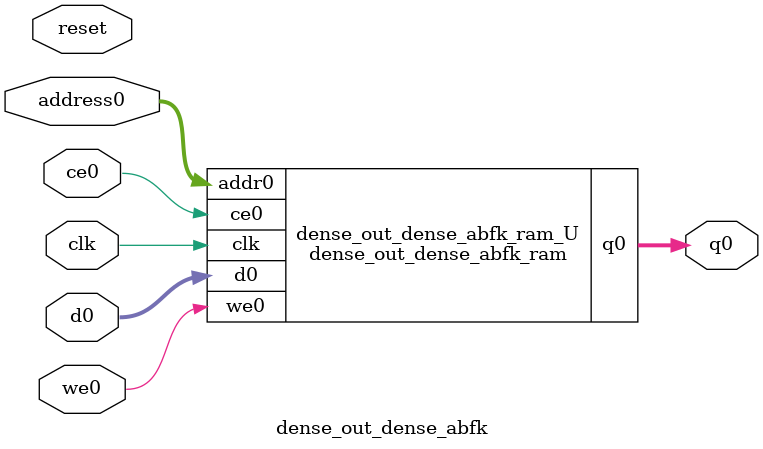
<source format=v>
`timescale 1 ns / 1 ps
module dense_out_dense_abfk_ram (addr0, ce0, d0, we0, q0,  clk);

parameter DWIDTH = 32;
parameter AWIDTH = 4;
parameter MEM_SIZE = 10;

input[AWIDTH-1:0] addr0;
input ce0;
input[DWIDTH-1:0] d0;
input we0;
output reg[DWIDTH-1:0] q0;
input clk;

(* ram_style = "distributed" *)reg [DWIDTH-1:0] ram[0:MEM_SIZE-1];




always @(posedge clk)  
begin 
    if (ce0) 
    begin
        if (we0) 
        begin 
            ram[addr0] <= d0; 
        end 
        q0 <= ram[addr0];
    end
end


endmodule

`timescale 1 ns / 1 ps
module dense_out_dense_abfk(
    reset,
    clk,
    address0,
    ce0,
    we0,
    d0,
    q0);

parameter DataWidth = 32'd32;
parameter AddressRange = 32'd10;
parameter AddressWidth = 32'd4;
input reset;
input clk;
input[AddressWidth - 1:0] address0;
input ce0;
input we0;
input[DataWidth - 1:0] d0;
output[DataWidth - 1:0] q0;



dense_out_dense_abfk_ram dense_out_dense_abfk_ram_U(
    .clk( clk ),
    .addr0( address0 ),
    .ce0( ce0 ),
    .we0( we0 ),
    .d0( d0 ),
    .q0( q0 ));

endmodule


</source>
